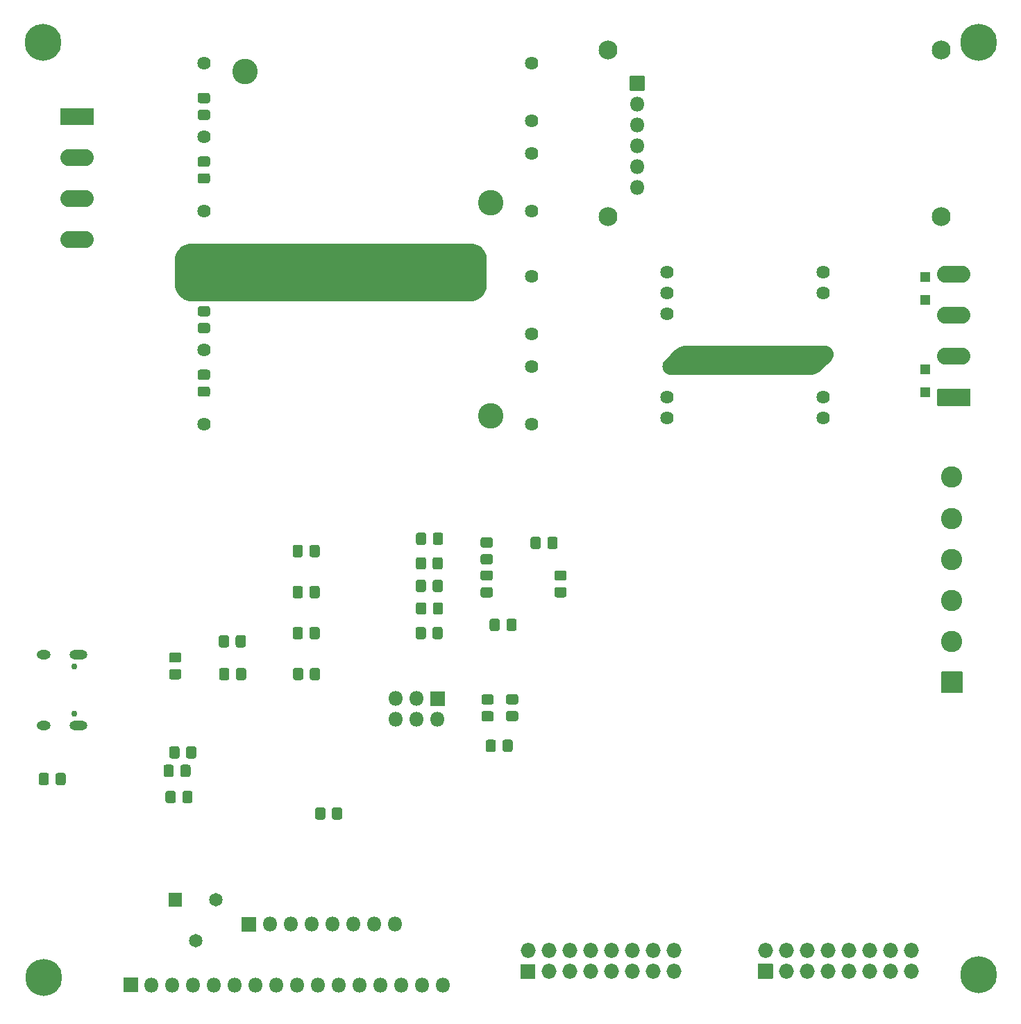
<source format=gbr>
G04 #@! TF.GenerationSoftware,KiCad,Pcbnew,(5.99.0-1662-g9db296991)*
G04 #@! TF.CreationDate,2020-05-24T00:42:57+05:30*
G04 #@! TF.ProjectId,UI,55492e6b-6963-4616-945f-706362585858,rev?*
G04 #@! TF.SameCoordinates,Original*
G04 #@! TF.FileFunction,Soldermask,Bot*
G04 #@! TF.FilePolarity,Negative*
%FSLAX46Y46*%
G04 Gerber Fmt 4.6, Leading zero omitted, Abs format (unit mm)*
G04 Created by KiCad (PCBNEW (5.99.0-1662-g9db296991)) date 2020-05-24 00:42:57*
%MOMM*%
%LPD*%
G01*
G04 APERTURE LIST*
%ADD10C,1.652000*%
%ADD11O,1.829200X1.829200*%
%ADD12C,2.602000*%
%ADD13O,4.062000X2.082000*%
%ADD14O,1.702000X1.102000*%
%ADD15O,2.202000X1.102000*%
%ADD16C,0.752000*%
%ADD17C,1.626000*%
%ADD18C,2.302000*%
%ADD19O,1.802000X1.802000*%
%ADD20C,3.102000*%
%ADD21C,4.502000*%
%ADD22C,0.802000*%
%ADD23C,0.127000*%
G04 APERTURE END LIST*
D10*
X33500000Y-124500000D03*
G36*
G01*
X30174000Y-120275000D02*
X30174000Y-118725000D01*
G75*
G02*
X30225000Y-118674000I51000J0D01*
G01*
X31775000Y-118674000D01*
G75*
G02*
X31826000Y-118725000I0J-51000D01*
G01*
X31826000Y-120275000D01*
G75*
G02*
X31775000Y-120326000I-51000J0D01*
G01*
X30225000Y-120326000D01*
G75*
G02*
X30174000Y-120275000I0J51000D01*
G01*
G37*
X36000000Y-119500000D03*
D11*
X91810000Y-125740000D03*
X91810000Y-128280000D03*
X89270000Y-125740000D03*
X89270000Y-128280000D03*
X86730000Y-125740000D03*
X86730000Y-128280000D03*
X84190000Y-125740000D03*
X84190000Y-128280000D03*
X81650000Y-125740000D03*
X81650000Y-128280000D03*
X79110000Y-125740000D03*
X79110000Y-128280000D03*
X76570000Y-125740000D03*
X76570000Y-128280000D03*
X74030000Y-125740000D03*
G36*
G01*
X74893600Y-129194600D02*
X73166400Y-129194600D01*
G75*
G02*
X73115400Y-129143600I0J51000D01*
G01*
X73115400Y-127416400D01*
G75*
G02*
X73166400Y-127365400I51000J0D01*
G01*
X74893600Y-127365400D01*
G75*
G02*
X74944600Y-127416400I0J-51000D01*
G01*
X74944600Y-129143600D01*
G75*
G02*
X74893600Y-129194600I-51000J0D01*
G01*
G37*
X120780000Y-125710000D03*
X120780000Y-128250000D03*
X118240000Y-125710000D03*
X118240000Y-128250000D03*
X115700000Y-125710000D03*
X115700000Y-128250000D03*
X113160000Y-125710000D03*
X113160000Y-128250000D03*
X110620000Y-125710000D03*
X110620000Y-128250000D03*
X108080000Y-125710000D03*
X108080000Y-128250000D03*
X105540000Y-125710000D03*
X105540000Y-128250000D03*
X103000000Y-125710000D03*
G36*
G01*
X103863600Y-129164600D02*
X102136400Y-129164600D01*
G75*
G02*
X102085400Y-129113600I0J51000D01*
G01*
X102085400Y-127386400D01*
G75*
G02*
X102136400Y-127335400I51000J0D01*
G01*
X103863600Y-127335400D01*
G75*
G02*
X103914600Y-127386400I0J-51000D01*
G01*
X103914600Y-129113600D01*
G75*
G02*
X103863600Y-129164600I-51000J0D01*
G01*
G37*
D12*
X125750000Y-68000000D03*
X125750000Y-73000000D03*
X125750000Y-78000000D03*
X125750000Y-83000000D03*
X125750000Y-88000000D03*
G36*
G01*
X127000000Y-94301000D02*
X124500000Y-94301000D01*
G75*
G02*
X124449000Y-94250000I0J51000D01*
G01*
X124449000Y-91750000D01*
G75*
G02*
X124500000Y-91699000I51000J0D01*
G01*
X127000000Y-91699000D01*
G75*
G02*
X127051000Y-91750000I0J-51000D01*
G01*
X127051000Y-94250000D01*
G75*
G02*
X127000000Y-94301000I-51000J0D01*
G01*
G37*
D13*
X126000000Y-48250000D03*
X126000000Y-43250000D03*
X126000000Y-53250000D03*
G36*
G01*
X127980000Y-59291000D02*
X124020000Y-59291000D01*
G75*
G02*
X123969000Y-59240000I0J51000D01*
G01*
X123969000Y-57260000D01*
G75*
G02*
X124020000Y-57209000I51000J0D01*
G01*
X127980000Y-57209000D01*
G75*
G02*
X128031000Y-57260000I0J-51000D01*
G01*
X128031000Y-59240000D01*
G75*
G02*
X127980000Y-59291000I-51000J0D01*
G01*
G37*
X19000000Y-34000000D03*
X19000000Y-39000000D03*
X19000000Y-29000000D03*
G36*
G01*
X17020000Y-22959000D02*
X20980000Y-22959000D01*
G75*
G02*
X21031000Y-23010000I0J-51000D01*
G01*
X21031000Y-24990000D01*
G75*
G02*
X20980000Y-25041000I-51000J0D01*
G01*
X17020000Y-25041000D01*
G75*
G02*
X16969000Y-24990000I0J51000D01*
G01*
X16969000Y-23010000D01*
G75*
G02*
X17020000Y-22959000I51000J0D01*
G01*
G37*
D14*
X15000000Y-98270000D03*
D15*
X19180000Y-98270000D03*
X19180000Y-89630000D03*
D14*
X15000000Y-89630000D03*
D16*
X18650000Y-91060000D03*
X18650000Y-96840000D03*
D17*
X110050000Y-43000000D03*
X91000000Y-48080000D03*
X91000000Y-58240000D03*
X110050000Y-60780000D03*
X91000000Y-43000000D03*
X91000000Y-45540000D03*
X91000000Y-60780000D03*
X110050000Y-45540000D03*
X110050000Y-58240000D03*
D18*
X124430000Y-36210000D03*
D19*
X87346000Y-25034000D03*
X87346000Y-32654000D03*
X87346000Y-30114000D03*
G36*
G01*
X86445000Y-20804000D02*
X86445000Y-19104000D01*
G75*
G02*
X86496000Y-19053000I51000J0D01*
G01*
X88196000Y-19053000D01*
G75*
G02*
X88247000Y-19104000I0J-51000D01*
G01*
X88247000Y-20804000D01*
G75*
G02*
X88196000Y-20855000I-51000J0D01*
G01*
X86496000Y-20855000D01*
G75*
G02*
X86445000Y-20804000I0J51000D01*
G01*
G37*
D18*
X124430000Y-15890000D03*
X83790000Y-36210000D03*
D19*
X87346000Y-22494000D03*
D18*
X83790000Y-15890000D03*
D19*
X87346000Y-27574000D03*
D17*
X74500000Y-54500000D03*
X74500000Y-43500000D03*
X74500000Y-50500000D03*
D20*
X69500000Y-60500000D03*
D17*
X74500000Y-61500000D03*
X34500000Y-52500000D03*
D20*
X39500000Y-44500000D03*
D17*
X34500000Y-61500000D03*
X34500000Y-43500000D03*
X74500000Y-28500000D03*
X74500000Y-17500000D03*
X74500000Y-24500000D03*
D20*
X69500000Y-34500000D03*
D17*
X74500000Y-35500000D03*
X34500000Y-26500000D03*
D20*
X39500000Y-18500000D03*
D17*
X34500000Y-35500000D03*
X34500000Y-17500000D03*
G36*
G01*
X34978828Y-56126000D02*
X34021172Y-56126000D01*
G75*
G02*
X33749000Y-55853828I0J272172D01*
G01*
X33749000Y-55146172D01*
G75*
G02*
X34021172Y-54874000I272172J0D01*
G01*
X34978828Y-54874000D01*
G75*
G02*
X35251000Y-55146172I0J-272172D01*
G01*
X35251000Y-55853828D01*
G75*
G02*
X34978828Y-56126000I-272172J0D01*
G01*
G37*
G36*
G01*
X34978828Y-58176000D02*
X34021172Y-58176000D01*
G75*
G02*
X33749000Y-57903828I0J272172D01*
G01*
X33749000Y-57196172D01*
G75*
G02*
X34021172Y-56924000I272172J0D01*
G01*
X34978828Y-56924000D01*
G75*
G02*
X35251000Y-57196172I0J-272172D01*
G01*
X35251000Y-57903828D01*
G75*
G02*
X34978828Y-58176000I-272172J0D01*
G01*
G37*
G36*
G01*
X34978828Y-48376000D02*
X34021172Y-48376000D01*
G75*
G02*
X33749000Y-48103828I0J272172D01*
G01*
X33749000Y-47396172D01*
G75*
G02*
X34021172Y-47124000I272172J0D01*
G01*
X34978828Y-47124000D01*
G75*
G02*
X35251000Y-47396172I0J-272172D01*
G01*
X35251000Y-48103828D01*
G75*
G02*
X34978828Y-48376000I-272172J0D01*
G01*
G37*
G36*
G01*
X34978828Y-50426000D02*
X34021172Y-50426000D01*
G75*
G02*
X33749000Y-50153828I0J272172D01*
G01*
X33749000Y-49446172D01*
G75*
G02*
X34021172Y-49174000I272172J0D01*
G01*
X34978828Y-49174000D01*
G75*
G02*
X35251000Y-49446172I0J-272172D01*
G01*
X35251000Y-50153828D01*
G75*
G02*
X34978828Y-50426000I-272172J0D01*
G01*
G37*
G36*
G01*
X34978828Y-30126000D02*
X34021172Y-30126000D01*
G75*
G02*
X33749000Y-29853828I0J272172D01*
G01*
X33749000Y-29146172D01*
G75*
G02*
X34021172Y-28874000I272172J0D01*
G01*
X34978828Y-28874000D01*
G75*
G02*
X35251000Y-29146172I0J-272172D01*
G01*
X35251000Y-29853828D01*
G75*
G02*
X34978828Y-30126000I-272172J0D01*
G01*
G37*
G36*
G01*
X34978828Y-32176000D02*
X34021172Y-32176000D01*
G75*
G02*
X33749000Y-31903828I0J272172D01*
G01*
X33749000Y-31196172D01*
G75*
G02*
X34021172Y-30924000I272172J0D01*
G01*
X34978828Y-30924000D01*
G75*
G02*
X35251000Y-31196172I0J-272172D01*
G01*
X35251000Y-31903828D01*
G75*
G02*
X34978828Y-32176000I-272172J0D01*
G01*
G37*
G36*
G01*
X34978828Y-22376000D02*
X34021172Y-22376000D01*
G75*
G02*
X33749000Y-22103828I0J272172D01*
G01*
X33749000Y-21396172D01*
G75*
G02*
X34021172Y-21124000I272172J0D01*
G01*
X34978828Y-21124000D01*
G75*
G02*
X35251000Y-21396172I0J-272172D01*
G01*
X35251000Y-22103828D01*
G75*
G02*
X34978828Y-22376000I-272172J0D01*
G01*
G37*
G36*
G01*
X34978828Y-24426000D02*
X34021172Y-24426000D01*
G75*
G02*
X33749000Y-24153828I0J272172D01*
G01*
X33749000Y-23446172D01*
G75*
G02*
X34021172Y-23174000I272172J0D01*
G01*
X34978828Y-23174000D01*
G75*
G02*
X35251000Y-23446172I0J-272172D01*
G01*
X35251000Y-24153828D01*
G75*
G02*
X34978828Y-24426000I-272172J0D01*
G01*
G37*
G36*
G01*
X31874000Y-107478828D02*
X31874000Y-106521172D01*
G75*
G02*
X32146172Y-106249000I272172J0D01*
G01*
X32853828Y-106249000D01*
G75*
G02*
X33126000Y-106521172I0J-272172D01*
G01*
X33126000Y-107478828D01*
G75*
G02*
X32853828Y-107751000I-272172J0D01*
G01*
X32146172Y-107751000D01*
G75*
G02*
X31874000Y-107478828I0J272172D01*
G01*
G37*
G36*
G01*
X29824000Y-107478828D02*
X29824000Y-106521172D01*
G75*
G02*
X30096172Y-106249000I272172J0D01*
G01*
X30803828Y-106249000D01*
G75*
G02*
X31076000Y-106521172I0J-272172D01*
G01*
X31076000Y-107478828D01*
G75*
G02*
X30803828Y-107751000I-272172J0D01*
G01*
X30096172Y-107751000D01*
G75*
G02*
X29824000Y-107478828I0J272172D01*
G01*
G37*
G36*
G01*
X47374000Y-82478828D02*
X47374000Y-81521172D01*
G75*
G02*
X47646172Y-81249000I272172J0D01*
G01*
X48353828Y-81249000D01*
G75*
G02*
X48626000Y-81521172I0J-272172D01*
G01*
X48626000Y-82478828D01*
G75*
G02*
X48353828Y-82751000I-272172J0D01*
G01*
X47646172Y-82751000D01*
G75*
G02*
X47374000Y-82478828I0J272172D01*
G01*
G37*
G36*
G01*
X45324000Y-82478828D02*
X45324000Y-81521172D01*
G75*
G02*
X45596172Y-81249000I272172J0D01*
G01*
X46303828Y-81249000D01*
G75*
G02*
X46576000Y-81521172I0J-272172D01*
G01*
X46576000Y-82478828D01*
G75*
G02*
X46303828Y-82751000I-272172J0D01*
G01*
X45596172Y-82751000D01*
G75*
G02*
X45324000Y-82478828I0J272172D01*
G01*
G37*
G36*
G01*
X47374000Y-87478828D02*
X47374000Y-86521172D01*
G75*
G02*
X47646172Y-86249000I272172J0D01*
G01*
X48353828Y-86249000D01*
G75*
G02*
X48626000Y-86521172I0J-272172D01*
G01*
X48626000Y-87478828D01*
G75*
G02*
X48353828Y-87751000I-272172J0D01*
G01*
X47646172Y-87751000D01*
G75*
G02*
X47374000Y-87478828I0J272172D01*
G01*
G37*
G36*
G01*
X45324000Y-87478828D02*
X45324000Y-86521172D01*
G75*
G02*
X45596172Y-86249000I272172J0D01*
G01*
X46303828Y-86249000D01*
G75*
G02*
X46576000Y-86521172I0J-272172D01*
G01*
X46576000Y-87478828D01*
G75*
G02*
X46303828Y-87751000I-272172J0D01*
G01*
X45596172Y-87751000D01*
G75*
G02*
X45324000Y-87478828I0J272172D01*
G01*
G37*
G36*
G01*
X47424000Y-92478828D02*
X47424000Y-91521172D01*
G75*
G02*
X47696172Y-91249000I272172J0D01*
G01*
X48403828Y-91249000D01*
G75*
G02*
X48676000Y-91521172I0J-272172D01*
G01*
X48676000Y-92478828D01*
G75*
G02*
X48403828Y-92751000I-272172J0D01*
G01*
X47696172Y-92751000D01*
G75*
G02*
X47424000Y-92478828I0J272172D01*
G01*
G37*
G36*
G01*
X45374000Y-92478828D02*
X45374000Y-91521172D01*
G75*
G02*
X45646172Y-91249000I272172J0D01*
G01*
X46353828Y-91249000D01*
G75*
G02*
X46626000Y-91521172I0J-272172D01*
G01*
X46626000Y-92478828D01*
G75*
G02*
X46353828Y-92751000I-272172J0D01*
G01*
X45646172Y-92751000D01*
G75*
G02*
X45374000Y-92478828I0J272172D01*
G01*
G37*
G36*
G01*
X47374000Y-77478828D02*
X47374000Y-76521172D01*
G75*
G02*
X47646172Y-76249000I272172J0D01*
G01*
X48353828Y-76249000D01*
G75*
G02*
X48626000Y-76521172I0J-272172D01*
G01*
X48626000Y-77478828D01*
G75*
G02*
X48353828Y-77751000I-272172J0D01*
G01*
X47646172Y-77751000D01*
G75*
G02*
X47374000Y-77478828I0J272172D01*
G01*
G37*
G36*
G01*
X45324000Y-77478828D02*
X45324000Y-76521172D01*
G75*
G02*
X45596172Y-76249000I272172J0D01*
G01*
X46303828Y-76249000D01*
G75*
G02*
X46576000Y-76521172I0J-272172D01*
G01*
X46576000Y-77478828D01*
G75*
G02*
X46303828Y-77751000I-272172J0D01*
G01*
X45596172Y-77751000D01*
G75*
G02*
X45324000Y-77478828I0J272172D01*
G01*
G37*
G36*
G01*
X70924000Y-101228828D02*
X70924000Y-100271172D01*
G75*
G02*
X71196172Y-99999000I272172J0D01*
G01*
X71903828Y-99999000D01*
G75*
G02*
X72176000Y-100271172I0J-272172D01*
G01*
X72176000Y-101228828D01*
G75*
G02*
X71903828Y-101501000I-272172J0D01*
G01*
X71196172Y-101501000D01*
G75*
G02*
X70924000Y-101228828I0J272172D01*
G01*
G37*
G36*
G01*
X68874000Y-101228828D02*
X68874000Y-100271172D01*
G75*
G02*
X69146172Y-99999000I272172J0D01*
G01*
X69853828Y-99999000D01*
G75*
G02*
X70126000Y-100271172I0J-272172D01*
G01*
X70126000Y-101228828D01*
G75*
G02*
X69853828Y-101501000I-272172J0D01*
G01*
X69146172Y-101501000D01*
G75*
G02*
X68874000Y-101228828I0J272172D01*
G01*
G37*
D19*
X57920000Y-97540000D03*
X57920000Y-95000000D03*
X60460000Y-97540000D03*
X60460000Y-95000000D03*
X63000000Y-97540000D03*
G36*
G01*
X62150000Y-94099000D02*
X63850000Y-94099000D01*
G75*
G02*
X63901000Y-94150000I0J-51000D01*
G01*
X63901000Y-95850000D01*
G75*
G02*
X63850000Y-95901000I-51000J0D01*
G01*
X62150000Y-95901000D01*
G75*
G02*
X62099000Y-95850000I0J51000D01*
G01*
X62099000Y-94150000D01*
G75*
G02*
X62150000Y-94099000I51000J0D01*
G01*
G37*
X57780000Y-122500000D03*
X55240000Y-122500000D03*
X52700000Y-122500000D03*
X50160000Y-122500000D03*
X47620000Y-122500000D03*
X45080000Y-122500000D03*
X42540000Y-122500000D03*
G36*
G01*
X40850000Y-123401000D02*
X39150000Y-123401000D01*
G75*
G02*
X39099000Y-123350000I0J51000D01*
G01*
X39099000Y-121650000D01*
G75*
G02*
X39150000Y-121599000I51000J0D01*
G01*
X40850000Y-121599000D01*
G75*
G02*
X40901000Y-121650000I0J-51000D01*
G01*
X40901000Y-123350000D01*
G75*
G02*
X40850000Y-123401000I-51000J0D01*
G01*
G37*
X63680000Y-129900000D03*
X61140000Y-129900000D03*
X58600000Y-129900000D03*
X56060000Y-129900000D03*
X53520000Y-129900000D03*
X50980000Y-129900000D03*
X48440000Y-129900000D03*
X45900000Y-129900000D03*
X43360000Y-129900000D03*
X40820000Y-129900000D03*
X38280000Y-129900000D03*
X35740000Y-129900000D03*
X33200000Y-129900000D03*
X30660000Y-129900000D03*
X28120000Y-129900000D03*
G36*
G01*
X26430000Y-130801000D02*
X24730000Y-130801000D01*
G75*
G02*
X24679000Y-130750000I0J51000D01*
G01*
X24679000Y-129050000D01*
G75*
G02*
X24730000Y-128999000I51000J0D01*
G01*
X26430000Y-128999000D01*
G75*
G02*
X26481000Y-129050000I0J-51000D01*
G01*
X26481000Y-130750000D01*
G75*
G02*
X26430000Y-130801000I-51000J0D01*
G01*
G37*
D21*
X129000000Y-15000000D03*
D22*
X130650000Y-15000000D03*
X130166726Y-16166726D03*
X129000000Y-16650000D03*
X127833274Y-16166726D03*
X127350000Y-15000000D03*
X127833274Y-13833274D03*
X129000000Y-13350000D03*
X130166726Y-13833274D03*
D21*
X15000000Y-129000000D03*
D22*
X16650000Y-129000000D03*
X16166726Y-130166726D03*
X15000000Y-130650000D03*
X13833274Y-130166726D03*
X13350000Y-129000000D03*
X13833274Y-127833274D03*
X15000000Y-127350000D03*
X16166726Y-127833274D03*
D21*
X14850000Y-15000000D03*
D22*
X16500000Y-15000000D03*
X16016726Y-16166726D03*
X14850000Y-16650000D03*
X13683274Y-16166726D03*
X13200000Y-15000000D03*
X13683274Y-13833274D03*
X14850000Y-13350000D03*
X16016726Y-13833274D03*
D21*
X129000000Y-128650000D03*
D22*
X130650000Y-128650000D03*
X130166726Y-129816726D03*
X129000000Y-130300000D03*
X127833274Y-129816726D03*
X127350000Y-128650000D03*
X127833274Y-127483274D03*
X129000000Y-127000000D03*
X130166726Y-127483274D03*
G36*
G01*
X121950000Y-57049000D02*
X123050000Y-57049000D01*
G75*
G02*
X123101000Y-57100000I0J-51000D01*
G01*
X123101000Y-58200000D01*
G75*
G02*
X123050000Y-58251000I-51000J0D01*
G01*
X121950000Y-58251000D01*
G75*
G02*
X121899000Y-58200000I0J51000D01*
G01*
X121899000Y-57100000D01*
G75*
G02*
X121950000Y-57049000I51000J0D01*
G01*
G37*
G36*
G01*
X121950000Y-54249000D02*
X123050000Y-54249000D01*
G75*
G02*
X123101000Y-54300000I0J-51000D01*
G01*
X123101000Y-55400000D01*
G75*
G02*
X123050000Y-55451000I-51000J0D01*
G01*
X121950000Y-55451000D01*
G75*
G02*
X121899000Y-55400000I0J51000D01*
G01*
X121899000Y-54300000D01*
G75*
G02*
X121950000Y-54249000I51000J0D01*
G01*
G37*
G36*
G01*
X121950000Y-45799000D02*
X123050000Y-45799000D01*
G75*
G02*
X123101000Y-45850000I0J-51000D01*
G01*
X123101000Y-46950000D01*
G75*
G02*
X123050000Y-47001000I-51000J0D01*
G01*
X121950000Y-47001000D01*
G75*
G02*
X121899000Y-46950000I0J51000D01*
G01*
X121899000Y-45850000D01*
G75*
G02*
X121950000Y-45799000I51000J0D01*
G01*
G37*
G36*
G01*
X121950000Y-42999000D02*
X123050000Y-42999000D01*
G75*
G02*
X123101000Y-43050000I0J-51000D01*
G01*
X123101000Y-44150000D01*
G75*
G02*
X123050000Y-44201000I-51000J0D01*
G01*
X121950000Y-44201000D01*
G75*
G02*
X121899000Y-44150000I0J51000D01*
G01*
X121899000Y-43050000D01*
G75*
G02*
X121950000Y-42999000I51000J0D01*
G01*
G37*
G36*
G01*
X61576000Y-86521172D02*
X61576000Y-87478828D01*
G75*
G02*
X61303828Y-87751000I-272172J0D01*
G01*
X60596172Y-87751000D01*
G75*
G02*
X60324000Y-87478828I0J272172D01*
G01*
X60324000Y-86521172D01*
G75*
G02*
X60596172Y-86249000I272172J0D01*
G01*
X61303828Y-86249000D01*
G75*
G02*
X61576000Y-86521172I0J-272172D01*
G01*
G37*
G36*
G01*
X63626000Y-86521172D02*
X63626000Y-87478828D01*
G75*
G02*
X63353828Y-87751000I-272172J0D01*
G01*
X62646172Y-87751000D01*
G75*
G02*
X62374000Y-87478828I0J272172D01*
G01*
X62374000Y-86521172D01*
G75*
G02*
X62646172Y-86249000I272172J0D01*
G01*
X63353828Y-86249000D01*
G75*
G02*
X63626000Y-86521172I0J-272172D01*
G01*
G37*
G36*
G01*
X61626000Y-75021172D02*
X61626000Y-75978828D01*
G75*
G02*
X61353828Y-76251000I-272172J0D01*
G01*
X60646172Y-76251000D01*
G75*
G02*
X60374000Y-75978828I0J272172D01*
G01*
X60374000Y-75021172D01*
G75*
G02*
X60646172Y-74749000I272172J0D01*
G01*
X61353828Y-74749000D01*
G75*
G02*
X61626000Y-75021172I0J-272172D01*
G01*
G37*
G36*
G01*
X63676000Y-75021172D02*
X63676000Y-75978828D01*
G75*
G02*
X63403828Y-76251000I-272172J0D01*
G01*
X62696172Y-76251000D01*
G75*
G02*
X62424000Y-75978828I0J272172D01*
G01*
X62424000Y-75021172D01*
G75*
G02*
X62696172Y-74749000I272172J0D01*
G01*
X63403828Y-74749000D01*
G75*
G02*
X63676000Y-75021172I0J-272172D01*
G01*
G37*
G36*
G01*
X61626000Y-83521172D02*
X61626000Y-84478828D01*
G75*
G02*
X61353828Y-84751000I-272172J0D01*
G01*
X60646172Y-84751000D01*
G75*
G02*
X60374000Y-84478828I0J272172D01*
G01*
X60374000Y-83521172D01*
G75*
G02*
X60646172Y-83249000I272172J0D01*
G01*
X61353828Y-83249000D01*
G75*
G02*
X61626000Y-83521172I0J-272172D01*
G01*
G37*
G36*
G01*
X63676000Y-83521172D02*
X63676000Y-84478828D01*
G75*
G02*
X63403828Y-84751000I-272172J0D01*
G01*
X62696172Y-84751000D01*
G75*
G02*
X62424000Y-84478828I0J272172D01*
G01*
X62424000Y-83521172D01*
G75*
G02*
X62696172Y-83249000I272172J0D01*
G01*
X63403828Y-83249000D01*
G75*
G02*
X63676000Y-83521172I0J-272172D01*
G01*
G37*
G36*
G01*
X49326000Y-108521172D02*
X49326000Y-109478828D01*
G75*
G02*
X49053828Y-109751000I-272172J0D01*
G01*
X48346172Y-109751000D01*
G75*
G02*
X48074000Y-109478828I0J272172D01*
G01*
X48074000Y-108521172D01*
G75*
G02*
X48346172Y-108249000I272172J0D01*
G01*
X49053828Y-108249000D01*
G75*
G02*
X49326000Y-108521172I0J-272172D01*
G01*
G37*
G36*
G01*
X51376000Y-108521172D02*
X51376000Y-109478828D01*
G75*
G02*
X51103828Y-109751000I-272172J0D01*
G01*
X50396172Y-109751000D01*
G75*
G02*
X50124000Y-109478828I0J272172D01*
G01*
X50124000Y-108521172D01*
G75*
G02*
X50396172Y-108249000I272172J0D01*
G01*
X51103828Y-108249000D01*
G75*
G02*
X51376000Y-108521172I0J-272172D01*
G01*
G37*
G36*
G01*
X31624000Y-104278828D02*
X31624000Y-103321172D01*
G75*
G02*
X31896172Y-103049000I272172J0D01*
G01*
X32603828Y-103049000D01*
G75*
G02*
X32876000Y-103321172I0J-272172D01*
G01*
X32876000Y-104278828D01*
G75*
G02*
X32603828Y-104551000I-272172J0D01*
G01*
X31896172Y-104551000D01*
G75*
G02*
X31624000Y-104278828I0J272172D01*
G01*
G37*
G36*
G01*
X29574000Y-104278828D02*
X29574000Y-103321172D01*
G75*
G02*
X29846172Y-103049000I272172J0D01*
G01*
X30553828Y-103049000D01*
G75*
G02*
X30826000Y-103321172I0J-272172D01*
G01*
X30826000Y-104278828D01*
G75*
G02*
X30553828Y-104551000I-272172J0D01*
G01*
X29846172Y-104551000D01*
G75*
G02*
X29574000Y-104278828I0J272172D01*
G01*
G37*
G36*
G01*
X31526000Y-101071172D02*
X31526000Y-102028828D01*
G75*
G02*
X31253828Y-102301000I-272172J0D01*
G01*
X30546172Y-102301000D01*
G75*
G02*
X30274000Y-102028828I0J272172D01*
G01*
X30274000Y-101071172D01*
G75*
G02*
X30546172Y-100799000I272172J0D01*
G01*
X31253828Y-100799000D01*
G75*
G02*
X31526000Y-101071172I0J-272172D01*
G01*
G37*
G36*
G01*
X33576000Y-101071172D02*
X33576000Y-102028828D01*
G75*
G02*
X33303828Y-102301000I-272172J0D01*
G01*
X32596172Y-102301000D01*
G75*
G02*
X32324000Y-102028828I0J272172D01*
G01*
X32324000Y-101071172D01*
G75*
G02*
X32596172Y-100799000I272172J0D01*
G01*
X33303828Y-100799000D01*
G75*
G02*
X33576000Y-101071172I0J-272172D01*
G01*
G37*
G36*
G01*
X37601000Y-91521172D02*
X37601000Y-92478828D01*
G75*
G02*
X37328828Y-92751000I-272172J0D01*
G01*
X36621172Y-92751000D01*
G75*
G02*
X36349000Y-92478828I0J272172D01*
G01*
X36349000Y-91521172D01*
G75*
G02*
X36621172Y-91249000I272172J0D01*
G01*
X37328828Y-91249000D01*
G75*
G02*
X37601000Y-91521172I0J-272172D01*
G01*
G37*
G36*
G01*
X39651000Y-91521172D02*
X39651000Y-92478828D01*
G75*
G02*
X39378828Y-92751000I-272172J0D01*
G01*
X38671172Y-92751000D01*
G75*
G02*
X38399000Y-92478828I0J272172D01*
G01*
X38399000Y-91521172D01*
G75*
G02*
X38671172Y-91249000I272172J0D01*
G01*
X39378828Y-91249000D01*
G75*
G02*
X39651000Y-91521172I0J-272172D01*
G01*
G37*
G36*
G01*
X37576000Y-87521172D02*
X37576000Y-88478828D01*
G75*
G02*
X37303828Y-88751000I-272172J0D01*
G01*
X36596172Y-88751000D01*
G75*
G02*
X36324000Y-88478828I0J272172D01*
G01*
X36324000Y-87521172D01*
G75*
G02*
X36596172Y-87249000I272172J0D01*
G01*
X37303828Y-87249000D01*
G75*
G02*
X37576000Y-87521172I0J-272172D01*
G01*
G37*
G36*
G01*
X39626000Y-87521172D02*
X39626000Y-88478828D01*
G75*
G02*
X39353828Y-88751000I-272172J0D01*
G01*
X38646172Y-88751000D01*
G75*
G02*
X38374000Y-88478828I0J272172D01*
G01*
X38374000Y-87521172D01*
G75*
G02*
X38646172Y-87249000I272172J0D01*
G01*
X39353828Y-87249000D01*
G75*
G02*
X39626000Y-87521172I0J-272172D01*
G01*
G37*
G36*
G01*
X30521172Y-91399000D02*
X31478828Y-91399000D01*
G75*
G02*
X31751000Y-91671172I0J-272172D01*
G01*
X31751000Y-92378828D01*
G75*
G02*
X31478828Y-92651000I-272172J0D01*
G01*
X30521172Y-92651000D01*
G75*
G02*
X30249000Y-92378828I0J272172D01*
G01*
X30249000Y-91671172D01*
G75*
G02*
X30521172Y-91399000I272172J0D01*
G01*
G37*
G36*
G01*
X30521172Y-89349000D02*
X31478828Y-89349000D01*
G75*
G02*
X31751000Y-89621172I0J-272172D01*
G01*
X31751000Y-90328828D01*
G75*
G02*
X31478828Y-90601000I-272172J0D01*
G01*
X30521172Y-90601000D01*
G75*
G02*
X30249000Y-90328828I0J272172D01*
G01*
X30249000Y-89621172D01*
G75*
G02*
X30521172Y-89349000I272172J0D01*
G01*
G37*
G36*
G01*
X68521172Y-77374000D02*
X69478828Y-77374000D01*
G75*
G02*
X69751000Y-77646172I0J-272172D01*
G01*
X69751000Y-78353828D01*
G75*
G02*
X69478828Y-78626000I-272172J0D01*
G01*
X68521172Y-78626000D01*
G75*
G02*
X68249000Y-78353828I0J272172D01*
G01*
X68249000Y-77646172D01*
G75*
G02*
X68521172Y-77374000I272172J0D01*
G01*
G37*
G36*
G01*
X68521172Y-75324000D02*
X69478828Y-75324000D01*
G75*
G02*
X69751000Y-75596172I0J-272172D01*
G01*
X69751000Y-76303828D01*
G75*
G02*
X69478828Y-76576000I-272172J0D01*
G01*
X68521172Y-76576000D01*
G75*
G02*
X68249000Y-76303828I0J272172D01*
G01*
X68249000Y-75596172D01*
G75*
G02*
X68521172Y-75324000I272172J0D01*
G01*
G37*
G36*
G01*
X16399000Y-105278828D02*
X16399000Y-104321172D01*
G75*
G02*
X16671172Y-104049000I272172J0D01*
G01*
X17378828Y-104049000D01*
G75*
G02*
X17651000Y-104321172I0J-272172D01*
G01*
X17651000Y-105278828D01*
G75*
G02*
X17378828Y-105551000I-272172J0D01*
G01*
X16671172Y-105551000D01*
G75*
G02*
X16399000Y-105278828I0J272172D01*
G01*
G37*
G36*
G01*
X14349000Y-105278828D02*
X14349000Y-104321172D01*
G75*
G02*
X14621172Y-104049000I272172J0D01*
G01*
X15328828Y-104049000D01*
G75*
G02*
X15601000Y-104321172I0J-272172D01*
G01*
X15601000Y-105278828D01*
G75*
G02*
X15328828Y-105551000I-272172J0D01*
G01*
X14621172Y-105551000D01*
G75*
G02*
X14349000Y-105278828I0J272172D01*
G01*
G37*
G36*
G01*
X69578828Y-95726000D02*
X68621172Y-95726000D01*
G75*
G02*
X68349000Y-95453828I0J272172D01*
G01*
X68349000Y-94746172D01*
G75*
G02*
X68621172Y-94474000I272172J0D01*
G01*
X69578828Y-94474000D01*
G75*
G02*
X69851000Y-94746172I0J-272172D01*
G01*
X69851000Y-95453828D01*
G75*
G02*
X69578828Y-95726000I-272172J0D01*
G01*
G37*
G36*
G01*
X69578828Y-97776000D02*
X68621172Y-97776000D01*
G75*
G02*
X68349000Y-97503828I0J272172D01*
G01*
X68349000Y-96796172D01*
G75*
G02*
X68621172Y-96524000I272172J0D01*
G01*
X69578828Y-96524000D01*
G75*
G02*
X69851000Y-96796172I0J-272172D01*
G01*
X69851000Y-97503828D01*
G75*
G02*
X69578828Y-97776000I-272172J0D01*
G01*
G37*
G36*
G01*
X71621172Y-96499000D02*
X72578828Y-96499000D01*
G75*
G02*
X72851000Y-96771172I0J-272172D01*
G01*
X72851000Y-97478828D01*
G75*
G02*
X72578828Y-97751000I-272172J0D01*
G01*
X71621172Y-97751000D01*
G75*
G02*
X71349000Y-97478828I0J272172D01*
G01*
X71349000Y-96771172D01*
G75*
G02*
X71621172Y-96499000I272172J0D01*
G01*
G37*
G36*
G01*
X71621172Y-94449000D02*
X72578828Y-94449000D01*
G75*
G02*
X72851000Y-94721172I0J-272172D01*
G01*
X72851000Y-95428828D01*
G75*
G02*
X72578828Y-95701000I-272172J0D01*
G01*
X71621172Y-95701000D01*
G75*
G02*
X71349000Y-95428828I0J272172D01*
G01*
X71349000Y-94721172D01*
G75*
G02*
X71621172Y-94449000I272172J0D01*
G01*
G37*
G36*
G01*
X76399000Y-76478828D02*
X76399000Y-75521172D01*
G75*
G02*
X76671172Y-75249000I272172J0D01*
G01*
X77378828Y-75249000D01*
G75*
G02*
X77651000Y-75521172I0J-272172D01*
G01*
X77651000Y-76478828D01*
G75*
G02*
X77378828Y-76751000I-272172J0D01*
G01*
X76671172Y-76751000D01*
G75*
G02*
X76399000Y-76478828I0J272172D01*
G01*
G37*
G36*
G01*
X74349000Y-76478828D02*
X74349000Y-75521172D01*
G75*
G02*
X74621172Y-75249000I272172J0D01*
G01*
X75328828Y-75249000D01*
G75*
G02*
X75601000Y-75521172I0J-272172D01*
G01*
X75601000Y-76478828D01*
G75*
G02*
X75328828Y-76751000I-272172J0D01*
G01*
X74621172Y-76751000D01*
G75*
G02*
X74349000Y-76478828I0J272172D01*
G01*
G37*
G36*
G01*
X69478828Y-80601000D02*
X68521172Y-80601000D01*
G75*
G02*
X68249000Y-80328828I0J272172D01*
G01*
X68249000Y-79621172D01*
G75*
G02*
X68521172Y-79349000I272172J0D01*
G01*
X69478828Y-79349000D01*
G75*
G02*
X69751000Y-79621172I0J-272172D01*
G01*
X69751000Y-80328828D01*
G75*
G02*
X69478828Y-80601000I-272172J0D01*
G01*
G37*
G36*
G01*
X69478828Y-82651000D02*
X68521172Y-82651000D01*
G75*
G02*
X68249000Y-82378828I0J272172D01*
G01*
X68249000Y-81671172D01*
G75*
G02*
X68521172Y-81399000I272172J0D01*
G01*
X69478828Y-81399000D01*
G75*
G02*
X69751000Y-81671172I0J-272172D01*
G01*
X69751000Y-82378828D01*
G75*
G02*
X69478828Y-82651000I-272172J0D01*
G01*
G37*
G36*
G01*
X61601000Y-80771172D02*
X61601000Y-81728828D01*
G75*
G02*
X61328828Y-82001000I-272172J0D01*
G01*
X60621172Y-82001000D01*
G75*
G02*
X60349000Y-81728828I0J272172D01*
G01*
X60349000Y-80771172D01*
G75*
G02*
X60621172Y-80499000I272172J0D01*
G01*
X61328828Y-80499000D01*
G75*
G02*
X61601000Y-80771172I0J-272172D01*
G01*
G37*
G36*
G01*
X63651000Y-80771172D02*
X63651000Y-81728828D01*
G75*
G02*
X63378828Y-82001000I-272172J0D01*
G01*
X62671172Y-82001000D01*
G75*
G02*
X62399000Y-81728828I0J272172D01*
G01*
X62399000Y-80771172D01*
G75*
G02*
X62671172Y-80499000I272172J0D01*
G01*
X63378828Y-80499000D01*
G75*
G02*
X63651000Y-80771172I0J-272172D01*
G01*
G37*
G36*
G01*
X77521172Y-81399000D02*
X78478828Y-81399000D01*
G75*
G02*
X78751000Y-81671172I0J-272172D01*
G01*
X78751000Y-82378828D01*
G75*
G02*
X78478828Y-82651000I-272172J0D01*
G01*
X77521172Y-82651000D01*
G75*
G02*
X77249000Y-82378828I0J272172D01*
G01*
X77249000Y-81671172D01*
G75*
G02*
X77521172Y-81399000I272172J0D01*
G01*
G37*
G36*
G01*
X77521172Y-79349000D02*
X78478828Y-79349000D01*
G75*
G02*
X78751000Y-79621172I0J-272172D01*
G01*
X78751000Y-80328828D01*
G75*
G02*
X78478828Y-80601000I-272172J0D01*
G01*
X77521172Y-80601000D01*
G75*
G02*
X77249000Y-80328828I0J272172D01*
G01*
X77249000Y-79621172D01*
G75*
G02*
X77521172Y-79349000I272172J0D01*
G01*
G37*
G36*
G01*
X70601000Y-85521172D02*
X70601000Y-86478828D01*
G75*
G02*
X70328828Y-86751000I-272172J0D01*
G01*
X69621172Y-86751000D01*
G75*
G02*
X69349000Y-86478828I0J272172D01*
G01*
X69349000Y-85521172D01*
G75*
G02*
X69621172Y-85249000I272172J0D01*
G01*
X70328828Y-85249000D01*
G75*
G02*
X70601000Y-85521172I0J-272172D01*
G01*
G37*
G36*
G01*
X72651000Y-85521172D02*
X72651000Y-86478828D01*
G75*
G02*
X72378828Y-86751000I-272172J0D01*
G01*
X71671172Y-86751000D01*
G75*
G02*
X71399000Y-86478828I0J272172D01*
G01*
X71399000Y-85521172D01*
G75*
G02*
X71671172Y-85249000I272172J0D01*
G01*
X72378828Y-85249000D01*
G75*
G02*
X72651000Y-85521172I0J-272172D01*
G01*
G37*
G36*
G01*
X61601000Y-78021172D02*
X61601000Y-78978828D01*
G75*
G02*
X61328828Y-79251000I-272172J0D01*
G01*
X60621172Y-79251000D01*
G75*
G02*
X60349000Y-78978828I0J272172D01*
G01*
X60349000Y-78021172D01*
G75*
G02*
X60621172Y-77749000I272172J0D01*
G01*
X61328828Y-77749000D01*
G75*
G02*
X61601000Y-78021172I0J-272172D01*
G01*
G37*
G36*
G01*
X63651000Y-78021172D02*
X63651000Y-78978828D01*
G75*
G02*
X63378828Y-79251000I-272172J0D01*
G01*
X62671172Y-79251000D01*
G75*
G02*
X62399000Y-78978828I0J272172D01*
G01*
X62399000Y-78021172D01*
G75*
G02*
X62671172Y-77749000I272172J0D01*
G01*
X63378828Y-77749000D01*
G75*
G02*
X63651000Y-78021172I0J-272172D01*
G01*
G37*
G36*
X110462667Y-52082279D02*
G01*
X110643008Y-52136984D01*
X110809208Y-52225819D01*
X110954882Y-52345371D01*
X111074433Y-52491045D01*
X111163268Y-52657245D01*
X111217974Y-52837585D01*
X111236446Y-53025126D01*
X111217974Y-53212667D01*
X111163268Y-53393010D01*
X111074435Y-53559206D01*
X110952891Y-53707307D01*
X109792364Y-54867834D01*
X109600353Y-55036224D01*
X109389752Y-55176942D01*
X109162590Y-55288966D01*
X108922743Y-55370384D01*
X108674318Y-55419798D01*
X108419495Y-55436500D01*
X91477991Y-55436500D01*
X91287333Y-55417721D01*
X91106992Y-55363016D01*
X90940792Y-55274181D01*
X90795118Y-55154629D01*
X90675567Y-55008955D01*
X90586732Y-54842755D01*
X90532026Y-54662415D01*
X90513554Y-54474874D01*
X90532026Y-54287333D01*
X90586732Y-54106990D01*
X90675565Y-53940794D01*
X90797109Y-53792693D01*
X91957636Y-52632166D01*
X92149647Y-52463776D01*
X92360248Y-52323058D01*
X92587410Y-52211034D01*
X92827257Y-52129616D01*
X93075682Y-52080202D01*
X93330505Y-52063500D01*
X110272009Y-52063500D01*
X110462667Y-52082279D01*
G37*
D23*
X110462667Y-52082279D02*
X110643008Y-52136984D01*
X110809208Y-52225819D01*
X110954882Y-52345371D01*
X111074433Y-52491045D01*
X111163268Y-52657245D01*
X111217974Y-52837585D01*
X111236446Y-53025126D01*
X111217974Y-53212667D01*
X111163268Y-53393010D01*
X111074435Y-53559206D01*
X110952891Y-53707307D01*
X109792364Y-54867834D01*
X109600353Y-55036224D01*
X109389752Y-55176942D01*
X109162590Y-55288966D01*
X108922743Y-55370384D01*
X108674318Y-55419798D01*
X108419495Y-55436500D01*
X91477991Y-55436500D01*
X91287333Y-55417721D01*
X91106992Y-55363016D01*
X90940792Y-55274181D01*
X90795118Y-55154629D01*
X90675567Y-55008955D01*
X90586732Y-54842755D01*
X90532026Y-54662415D01*
X90513554Y-54474874D01*
X90532026Y-54287333D01*
X90586732Y-54106990D01*
X90675565Y-53940794D01*
X90797109Y-53792693D01*
X91957636Y-52632166D01*
X92149647Y-52463776D01*
X92360248Y-52323058D01*
X92587410Y-52211034D01*
X92827257Y-52129616D01*
X93075682Y-52080202D01*
X93330505Y-52063500D01*
X110272009Y-52063500D01*
X110462667Y-52082279D01*
G36*
X67275567Y-39583371D02*
G01*
X67545532Y-39642098D01*
X67804381Y-39738644D01*
X68046867Y-39871051D01*
X68268031Y-40036613D01*
X68463387Y-40231969D01*
X68628949Y-40453133D01*
X68761356Y-40695619D01*
X68857902Y-40954468D01*
X68916629Y-41224433D01*
X68936500Y-41502265D01*
X68936500Y-44497735D01*
X68916629Y-44775567D01*
X68857902Y-45045532D01*
X68761356Y-45304381D01*
X68628949Y-45546867D01*
X68463387Y-45768031D01*
X68268031Y-45963387D01*
X68046867Y-46128949D01*
X67804381Y-46261356D01*
X67545532Y-46357902D01*
X67275567Y-46416629D01*
X66997735Y-46436500D01*
X33002265Y-46436500D01*
X32724433Y-46416629D01*
X32454468Y-46357902D01*
X32195619Y-46261356D01*
X31953133Y-46128949D01*
X31731969Y-45963387D01*
X31536613Y-45768031D01*
X31371051Y-45546867D01*
X31238644Y-45304381D01*
X31142098Y-45045532D01*
X31083371Y-44775567D01*
X31063500Y-44497735D01*
X31063500Y-41502265D01*
X31083371Y-41224433D01*
X31142098Y-40954468D01*
X31238644Y-40695619D01*
X31371051Y-40453133D01*
X31536613Y-40231969D01*
X31731969Y-40036613D01*
X31953133Y-39871051D01*
X32195619Y-39738644D01*
X32454468Y-39642098D01*
X32724433Y-39583371D01*
X33002265Y-39563500D01*
X66997735Y-39563500D01*
X67275567Y-39583371D01*
G37*
X67275567Y-39583371D02*
X67545532Y-39642098D01*
X67804381Y-39738644D01*
X68046867Y-39871051D01*
X68268031Y-40036613D01*
X68463387Y-40231969D01*
X68628949Y-40453133D01*
X68761356Y-40695619D01*
X68857902Y-40954468D01*
X68916629Y-41224433D01*
X68936500Y-41502265D01*
X68936500Y-44497735D01*
X68916629Y-44775567D01*
X68857902Y-45045532D01*
X68761356Y-45304381D01*
X68628949Y-45546867D01*
X68463387Y-45768031D01*
X68268031Y-45963387D01*
X68046867Y-46128949D01*
X67804381Y-46261356D01*
X67545532Y-46357902D01*
X67275567Y-46416629D01*
X66997735Y-46436500D01*
X33002265Y-46436500D01*
X32724433Y-46416629D01*
X32454468Y-46357902D01*
X32195619Y-46261356D01*
X31953133Y-46128949D01*
X31731969Y-45963387D01*
X31536613Y-45768031D01*
X31371051Y-45546867D01*
X31238644Y-45304381D01*
X31142098Y-45045532D01*
X31083371Y-44775567D01*
X31063500Y-44497735D01*
X31063500Y-41502265D01*
X31083371Y-41224433D01*
X31142098Y-40954468D01*
X31238644Y-40695619D01*
X31371051Y-40453133D01*
X31536613Y-40231969D01*
X31731969Y-40036613D01*
X31953133Y-39871051D01*
X32195619Y-39738644D01*
X32454468Y-39642098D01*
X32724433Y-39583371D01*
X33002265Y-39563500D01*
X66997735Y-39563500D01*
X67275567Y-39583371D01*
M02*

</source>
